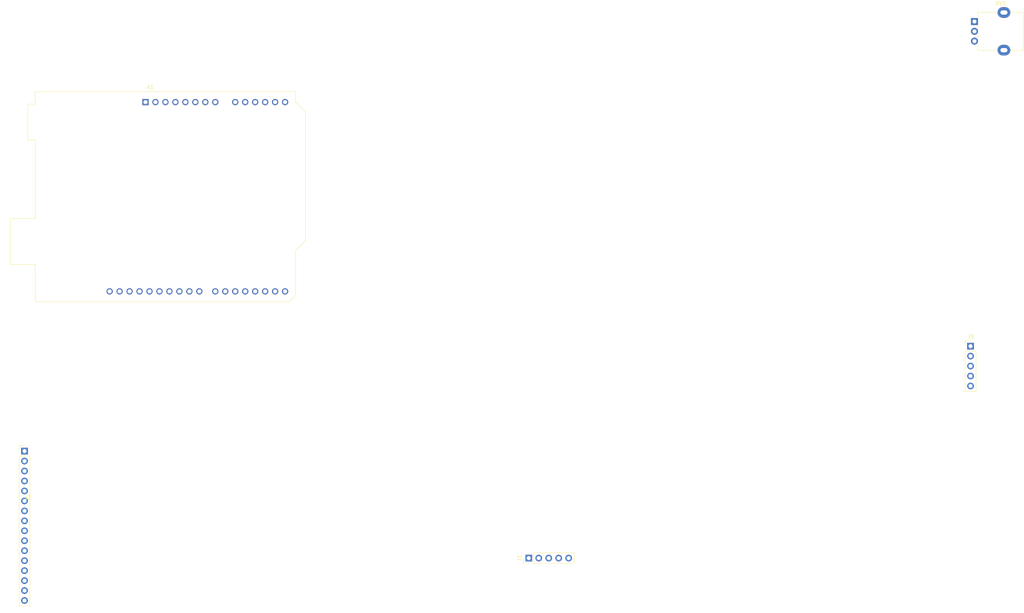
<source format=kicad_pcb>
(kicad_pcb (version 20241229) (generator "pcbnew") (generator_version "9.0")
  (layers (0 "F.Cu" signal) (2 "B.Cu" signal) (13 "F.Paste" user) (15 "B.Paste" user) (5 "F.SilkS" user "F.Silkscreen") (7 "B.SilkS" user "B.Silkscreen") (1 "F.Mask" user) (3 "B.Mask" user) (25 "Edge.Cuts" user))
  (net 0 "")
  (net 1 "/d2")
  (net 2 "GND")
  (net 3 "/col5")
  (net 4 "/col2")
  (net 6 "/d6")
  (net 7 "/col1")
  (net 11 "/row4")
  (net 13 "/d5")
  (net 15 "/row5")
  (net 16 "/col4")
  (net 18 "+5V")
  (net 19 "/row1")
  (net 22 "+3.3V")
  (net 23 "/row3")
  (net 24 "/col3")
  (net 25 "/d3")
  (net 26 "/d7")
  (net 27 "/row2")
  (net 29 "/d4")
  (net 34 "/poten")
  (footprint "Potentiometer_THT:Potentiometer_Alpha_RD901F-40-00D_Single_Vertical" (layer "F.Cu") (at 264.5 22.7)
    (property "Reference" "RV1" (at 6.71 -4.64 180) (layer "F.SilkS"))
    (property "Value" "R_Potentiometer")
    (fp_line (start 0.88 -2.38) (end 5.6 -2.38) (stroke (width 0.12)) (layer "F.SilkS"))
    (fp_line (start 0.88 -1.19) (end 0.88 -2.37) (stroke (width 0.12)) (layer "F.SilkS"))
    (fp_line (start 0.88 1.71) (end 0.88 1.18) (stroke (width 0.12)) (layer "F.SilkS"))
    (fp_line (start 0.88 4.16) (end 0.88 3.33) (stroke (width 0.12)) (layer "F.SilkS"))
    (fp_line (start 0.88 7.37) (end 0.88 5.88) (stroke (width 0.12)) (layer "F.SilkS"))
    (fp_line (start 0.88 7.37) (end 5.6 7.37) (stroke (width 0.12)) (layer "F.SilkS"))
    (fp_line (start 9.41 -2.37) (end 12.47 -2.37) (stroke (width 0.12)) (layer "F.SilkS"))
    (fp_line (start 9.41 7.37) (end 12.47 7.37) (stroke (width 0.12)) (layer "F.SilkS"))
    (fp_line (start 12.47 7.37) (end 12.47 -2.37) (stroke (width 0.12)) (layer "F.SilkS"))
    (pad "" thru_hole oval (at 7.5 -2.3 90) (size 2.72 3.24) (drill oval 1.1 1.8) (layers "*.Cu" "*.Mask"))
    (pad "" thru_hole oval (at 7.5 7.3 90) (size 2.72 3.24) (drill oval 1.1 1.8) (layers "*.Cu" "*.Mask"))
    (pad "1" thru_hole rect (at 0 0 90) (size 1.8 1.8) (drill 1) (layers "*.Cu" "*.Mask") (net 18 "+5V"))
    (pad "2" thru_hole circle (at 0 2.5 90) (size 1.8 1.8) (drill 1) (layers "*.Cu" "*.Mask") (net 34 "/poten"))
    (pad "3" thru_hole circle (at 0 5 90) (size 1.8 1.8) (drill 1) (layers "*.Cu" "*.Mask") (net 2 "GND"))
  )
  (footprint "Connector_PinHeader_2.54mm:PinHeader_1x05_P2.54mm_Vertical" (layer "F.Cu") (at 263.5 105.46)
    (property "Reference" "J3" (at 0 -2.38 0) (layer "F.SilkS"))
    (property "Value" "Conn_01x05_Pin")
    (fp_line (start -1.38 -1.38) (end 0 -1.38) (stroke (width 0.12)) (layer "F.SilkS"))
    (fp_line (start -1.38 0) (end -1.38 -1.38) (stroke (width 0.12)) (layer "F.SilkS"))
    (fp_line (start -1.38 1.27) (end -1.38 11.54) (stroke (width 0.12)) (layer "F.SilkS"))
    (fp_line (start -1.38 1.27) (end 1.38 1.27) (stroke (width 0.12)) (layer "F.SilkS"))
    (fp_line (start -1.38 11.54) (end 1.38 11.54) (stroke (width 0.12)) (layer "F.SilkS"))
    (fp_line (start 1.38 1.27) (end 1.38 11.54) (stroke (width 0.12)) (layer "F.SilkS"))
    (pad "1" thru_hole rect (at 0 0) (size 1.7 1.7) (drill 1) (layers "*.Cu" "*.Mask") (net 7 "/col1"))
    (pad "2" thru_hole circle (at 0 2.54) (size 1.7 1.7) (drill 1) (layers "*.Cu" "*.Mask") (net 4 "/col2"))
    (pad "3" thru_hole circle (at 0 5.08) (size 1.7 1.7) (drill 1) (layers "*.Cu" "*.Mask") (net 24 "/col3"))
    (pad "4" thru_hole circle (at 0 7.62) (size 1.7 1.7) (drill 1) (layers "*.Cu" "*.Mask") (net 16 "/col4"))
    (pad "5" thru_hole circle (at 0 10.16) (size 1.7 1.7) (drill 1) (layers "*.Cu" "*.Mask") (net 3 "/col5"))
  )
  (footprint "Module:Arduino_UNO_R3" (layer "F.Cu") (at 53.32 43.24)
    (property "Reference" "A1" (at 1.27 -3.81 180) (layer "F.SilkS"))
    (property "Value" "Arduino_UNO_R3")
    (fp_line (start -34.42 29.72) (end -34.42 41.4) (stroke (width 0.12)) (layer "F.SilkS"))
    (fp_line (start -34.42 41.4) (end -28.07 41.4) (stroke (width 0.12)) (layer "F.SilkS"))
    (fp_line (start -29.97 0.51) (end -29.97 9.65) (stroke (width 0.12)) (layer "F.SilkS"))
    (fp_line (start -29.97 9.65) (end -28.07 9.65) (stroke (width 0.12)) (layer "F.SilkS"))
    (fp_line (start -28.07 -2.67) (end -28.07 0.51) (stroke (width 0.12)) (layer "F.SilkS"))
    (fp_line (start -28.07 0.51) (end -29.97 0.51) (stroke (width 0.12)) (layer "F.SilkS"))
    (fp_line (start -28.07 9.65) (end -28.07 29.72) (stroke (width 0.12)) (layer "F.SilkS"))
    (fp_line (start -28.07 29.72) (end -34.42 29.72) (stroke (width 0.12)) (layer "F.SilkS"))
    (fp_line (start -28.07 41.4) (end -28.07 50.93) (stroke (width 0.12)) (layer "F.SilkS"))
    (fp_line (start -28.07 50.93) (end 36.58 50.93) (stroke (width 0.12)) (layer "F.SilkS"))
    (fp_line (start 36.58 50.93) (end 38.23 49.28) (stroke (width 0.12)) (layer "F.SilkS"))
    (fp_line (start 38.23 -2.67) (end -28.07 -2.67) (stroke (width 0.12)) (layer "F.SilkS"))
    (fp_line (start 38.23 0) (end 38.23 -2.67) (stroke (width 0.12)) (layer "F.SilkS"))
    (fp_line (start 38.23 37.85) (end 40.77 35.31) (stroke (width 0.12)) (layer "F.SilkS"))
    (fp_line (start 38.23 49.28) (end 38.23 37.85) (stroke (width 0.12)) (layer "F.SilkS"))
    (fp_line (start 40.77 2.54) (end 38.23 0) (stroke (width 0.12)) (layer "F.SilkS"))
    (fp_line (start 40.77 35.31) (end 40.77 2.54) (stroke (width 0.12)) (layer "F.SilkS"))
    (pad "1" thru_hole rect (at 0 0 90) (size 1.6 1.6) (drill 1) (layers "*.Cu" "*.Mask"))
    (pad "2" thru_hole oval (at 2.54 0 90) (size 1.6 1.6) (drill 1) (layers "*.Cu" "*.Mask"))
    (pad "3" thru_hole oval (at 5.08 0 90) (size 1.6 1.6) (drill 1) (layers "*.Cu" "*.Mask"))
    (pad "4" thru_hole oval (at 7.62 0 90) (size 1.6 1.6) (drill 1) (layers "*.Cu" "*.Mask") (net 22 "+3.3V"))
    (pad "5" thru_hole oval (at 10.16 0 90) (size 1.6 1.6) (drill 1) (layers "*.Cu" "*.Mask") (net 18 "+5V"))
    (pad "6" thru_hole oval (at 12.7 0 90) (size 1.6 1.6) (drill 1) (layers "*.Cu" "*.Mask") (net 2 "GND"))
    (pad "7" thru_hole oval (at 15.24 0 90) (size 1.6 1.6) (drill 1) (layers "*.Cu" "*.Mask") (net 2 "GND"))
    (pad "8" thru_hole oval (at 17.78 0 90) (size 1.6 1.6) (drill 1) (layers "*.Cu" "*.Mask"))
    (pad "9" thru_hole oval (at 22.86 0 90) (size 1.6 1.6) (drill 1) (layers "*.Cu" "*.Mask") (net 7 "/col1"))
    (pad "10" thru_hole oval (at 25.4 0 90) (size 1.6 1.6) (drill 1) (layers "*.Cu" "*.Mask") (net 4 "/col2"))
    (pad "11" thru_hole oval (at 27.94 0 90) (size 1.6 1.6) (drill 1) (layers "*.Cu" "*.Mask") (net 24 "/col3"))
    (pad "12" thru_hole oval (at 30.48 0 90) (size 1.6 1.6) (drill 1) (layers "*.Cu" "*.Mask") (net 16 "/col4"))
    (pad "13" thru_hole oval (at 33.02 0 90) (size 1.6 1.6) (drill 1) (layers "*.Cu" "*.Mask") (net 3 "/col5"))
    (pad "14" thru_hole oval (at 35.56 0 90) (size 1.6 1.6) (drill 1) (layers "*.Cu" "*.Mask"))
    (pad "15" thru_hole oval (at 35.56 48.26 90) (size 1.6 1.6) (drill 1) (layers "*.Cu" "*.Mask"))
    (pad "16" thru_hole oval (at 33.02 48.26 90) (size 1.6 1.6) (drill 1) (layers "*.Cu" "*.Mask"))
    (pad "17" thru_hole oval (at 30.48 48.26 90) (size 1.6 1.6) (drill 1) (layers "*.Cu" "*.Mask") (net 1 "/d2"))
    (pad "18" thru_hole oval (at 27.94 48.26 90) (size 1.6 1.6) (drill 1) (layers "*.Cu" "*.Mask") (net 25 "/d3"))
    (pad "19" thru_hole oval (at 25.4 48.26 90) (size 1.6 1.6) (drill 1) (layers "*.Cu" "*.Mask") (net 29 "/d4"))
    (pad "20" thru_hole oval (at 22.86 48.26 90) (size 1.6 1.6) (drill 1) (layers "*.Cu" "*.Mask") (net 13 "/d5"))
    (pad "21" thru_hole oval (at 20.32 48.26 90) (size 1.6 1.6) (drill 1) (layers "*.Cu" "*.Mask") (net 6 "/d6"))
    (pad "22" thru_hole oval (at 17.78 48.26 90) (size 1.6 1.6) (drill 1) (layers "*.Cu" "*.Mask") (net 26 "/d7"))
    (pad "23" thru_hole oval (at 13.72 48.26 90) (size 1.6 1.6) (drill 1) (layers "*.Cu" "*.Mask") (net 19 "/row1"))
    (pad "24" thru_hole oval (at 11.18 48.26 90) (size 1.6 1.6) (drill 1) (layers "*.Cu" "*.Mask") (net 27 "/row2"))
    (pad "25" thru_hole oval (at 8.64 48.26 90) (size 1.6 1.6) (drill 1) (layers "*.Cu" "*.Mask") (net 23 "/row3"))
    (pad "26" thru_hole oval (at 6.1 48.26 90) (size 1.6 1.6) (drill 1) (layers "*.Cu" "*.Mask") (net 11 "/row4"))
    (pad "27" thru_hole oval (at 3.56 48.26 90) (size 1.6 1.6) (drill 1) (layers "*.Cu" "*.Mask") (net 15 "/row5"))
    (pad "28" thru_hole oval (at 1.02 48.26 90) (size 1.6 1.6) (drill 1) (layers "*.Cu" "*.Mask"))
    (pad "29" thru_hole oval (at -1.52 48.26 90) (size 1.6 1.6) (drill 1) (layers "*.Cu" "*.Mask") (net 2 "GND"))
    (pad "30" thru_hole oval (at -4.06 48.26 90) (size 1.6 1.6) (drill 1) (layers "*.Cu" "*.Mask"))
    (pad "31" thru_hole oval (at -6.6 48.26 90) (size 1.6 1.6) (drill 1) (layers "*.Cu" "*.Mask"))
    (pad "32" thru_hole oval (at -9.14 48.26 90) (size 1.6 1.6) (drill 1) (layers "*.Cu" "*.Mask"))
  )
  (footprint "Connector_PinHeader_2.54mm:PinHeader_1x16_P2.54mm_Vertical" (layer "F.Cu") (at 22.5 132.22)
    (property "Reference" "J2" (at 0.82 11.86 0) (layer "F.SilkS"))
    (property "Value" "Conn_01x16_Pin")
    (fp_line (start -1.38 -1.38) (end 0 -1.38) (stroke (width 0.12)) (layer "F.SilkS"))
    (fp_line (start -1.38 0) (end -1.38 -1.38) (stroke (width 0.12)) (layer "F.SilkS"))
    (fp_line (start -1.38 1.27) (end -1.38 39.48) (stroke (width 0.12)) (layer "F.SilkS"))
    (fp_line (start -1.38 1.27) (end 1.38 1.27) (stroke (width 0.12)) (layer "F.SilkS"))
    (fp_line (start -1.38 39.48) (end 1.38 39.48) (stroke (width 0.12)) (layer "F.SilkS"))
    (fp_line (start 1.38 1.27) (end 1.38 39.48) (stroke (width 0.12)) (layer "F.SilkS"))
    (pad "1" thru_hole rect (at 0 0) (size 1.7 1.7) (drill 1) (layers "*.Cu" "*.Mask") (net 2 "GND"))
    (pad "2" thru_hole circle (at 0 2.54) (size 1.7 1.7) (drill 1) (layers "*.Cu" "*.Mask") (net 18 "+5V"))
    (pad "3" thru_hole circle (at 0 5.08) (size 1.7 1.7) (drill 1) (layers "*.Cu" "*.Mask") (net 34 "/poten"))
    (pad "4" thru_hole circle (at 0 7.62) (size 1.7 1.7) (drill 1) (layers "*.Cu" "*.Mask") (net 1 "/d2"))
    (pad "5" thru_hole circle (at 0 10.16) (size 1.7 1.7) (drill 1) (layers "*.Cu" "*.Mask") (net 2 "GND"))
    (pad "6" thru_hole circle (at 0 12.7) (size 1.7 1.7) (drill 1) (layers "*.Cu" "*.Mask") (net 25 "/d3"))
    (pad "7" thru_hole circle (at 0 15.24) (size 1.7 1.7) (drill 1) (layers "*.Cu" "*.Mask"))
    (pad "8" thru_hole circle (at 0 17.78) (size 1.7 1.7) (drill 1) (layers "*.Cu" "*.Mask"))
    (pad "9" thru_hole circle (at 0 20.32) (size 1.7 1.7) (drill 1) (layers "*.Cu" "*.Mask"))
    (pad "10" thru_hole circle (at 0 22.86) (size 1.7 1.7) (drill 1) (layers "*.Cu" "*.Mask"))
    (pad "11" thru_hole circle (at 0 25.4) (size 1.7 1.7) (drill 1) (layers "*.Cu" "*.Mask") (net 29 "/d4"))
    (pad "12" thru_hole circle (at 0 27.94) (size 1.7 1.7) (drill 1) (layers "*.Cu" "*.Mask") (net 13 "/d5"))
    (pad "13" thru_hole circle (at 0 30.48) (size 1.7 1.7) (drill 1) (layers "*.Cu" "*.Mask") (net 6 "/d6"))
    (pad "14" thru_hole circle (at 0 33.02) (size 1.7 1.7) (drill 1) (layers "*.Cu" "*.Mask") (net 26 "/d7"))
    (pad "15" thru_hole circle (at 0 35.56) (size 1.7 1.7) (drill 1) (layers "*.Cu" "*.Mask") (net 18 "+5V"))
    (pad "16" thru_hole circle (at 0 38.1) (size 1.7 1.7) (drill 1) (layers "*.Cu" "*.Mask") (net 2 "GND"))
  )
  (footprint "Connector_PinHeader_2.54mm:PinHeader_1x05_P2.54mm_Vertical" (layer "F.Cu") (at 150.96 159.5 90)
    (property "Reference" "J1" (at 0 -2.38 90) (layer "F.SilkS"))
    (property "Value" "Conn_01x05_Pin")
    (fp_line (start -1.38 -1.38) (end 0 -1.38) (stroke (width 0.12)) (layer "F.SilkS"))
    (fp_line (start -1.38 0) (end -1.38 -1.38) (stroke (width 0.12)) (layer "F.SilkS"))
    (fp_line (start 1.38 1.27) (end 1.38 11.54) (stroke (width 0.12)) (layer "F.SilkS"))
    (fp_line (start -1.38 1.27) (end 1.38 1.27) (stroke (width 0.12)) (layer "F.SilkS"))
    (fp_line (start -1.38 1.27) (end -1.38 11.54) (stroke (width 0.12)) (layer "F.SilkS"))
    (fp_line (start -1.38 11.54) (end 1.38 11.54) (stroke (width 0.12)) (layer "F.SilkS"))
    (pad "1" thru_hole rect (at 0 0 90) (size 1.7 1.7) (drill 1) (layers "*.Cu" "*.Mask") (net 19 "/row1"))
    (pad "2" thru_hole circle (at 0 2.54 90) (size 1.7 1.7) (drill 1) (layers "*.Cu" "*.Mask") (net 27 "/row2"))
    (pad "3" thru_hole circle (at 0 5.08 90) (size 1.7 1.7) (drill 1) (layers "*.Cu" "*.Mask") (net 23 "/row3"))
    (pad "4" thru_hole circle (at 0 7.62 90) (size 1.7 1.7) (drill 1) (layers "*.Cu" "*.Mask") (net 11 "/row4"))
    (pad "5" thru_hole circle (at 0 10.16 90) (size 1.7 1.7) (drill 1) (layers "*.Cu" "*.Mask") (net 15 "/row5"))
  )
)
</source>
